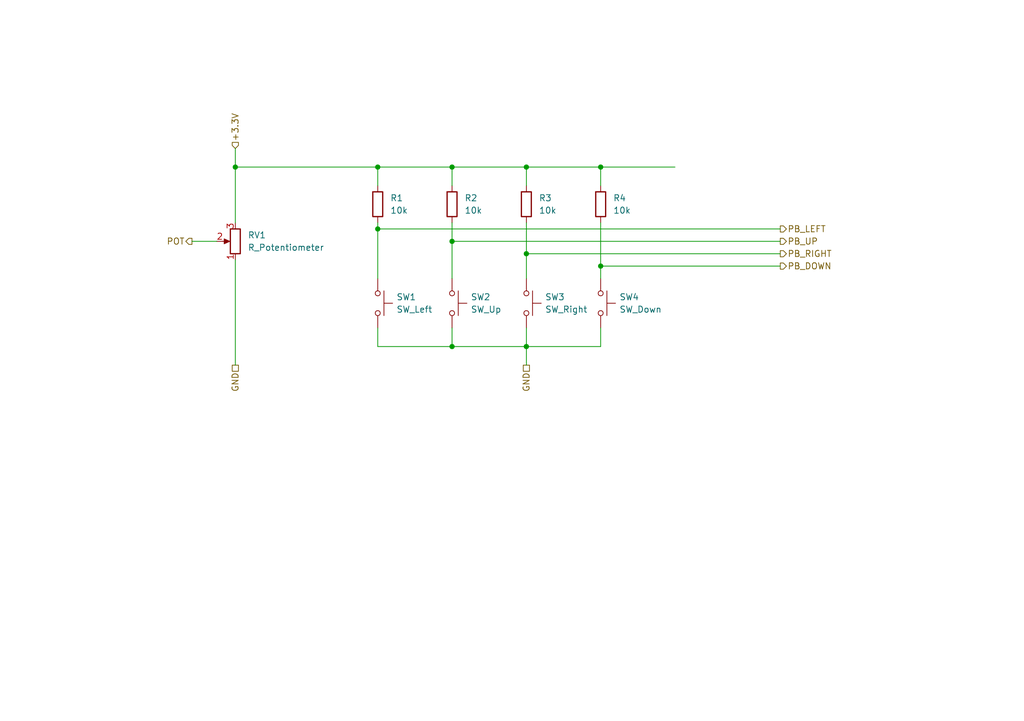
<source format=kicad_sch>
(kicad_sch (version 20231120) (generator "eeschema") (generator_version "8.0")
  (paper "A5")
  (title_block (title "User actions") (date "2024-08-29") (rev "1.0") (company "Designed by CREPP-NLG"))
  (lib_symbols
    (symbol "Device:R" (pin_numbers hide) (pin_names (offset 0))
      (property "Reference" "R" (at 2.032 0 90))
      (property "Value" "R" (at 0 0 90))
      (symbol "R_0_1"
        (rectangle (start -1.016 -2.54) (end 1.016 2.54) (stroke (width 0.254)))
      )
      (symbol "R_1_1"
        (pin passive line (at 0 3.81 270) (length 1.27) (name "~") (number "1"))
        (pin passive line (at 0 -3.81 90) (length 1.27) (name "~") (number "2"))
      )
    )
    (symbol "Device:R_Potentiometer" (pin_names (offset 1.016) hide)
      (property "Reference" "RV" (at -4.445 0 90))
      (property "Value" "R_Potentiometer" (at -2.54 0 90))
      (symbol "R_Potentiometer_0_1"
        (polyline (pts (xy 2.54 0) (xy 1.524 0)))
        (polyline (pts (xy 1.143 0) (xy 2.286 0.508) (xy 2.286 -0.508) (xy 1.143 0)) (fill (type outline)))
        (rectangle (start 1.016 2.54) (end -1.016 -2.54) (stroke (width 0.254)))
      )
      (symbol "R_Potentiometer_1_1"
        (pin passive line (at 0 3.81 270) (length 1.27) (name "1") (number "1"))
        (pin passive line (at 3.81 0 180) (length 1.27) (name "2") (number "2"))
        (pin passive line (at 0 -3.81 90) (length 1.27) (name "3") (number "3"))
      )
    )
    (symbol "Switch:SW_Push" (pin_numbers hide) (pin_names (offset 1.016) hide)
      (property "Reference" "SW" (at 1.27 2.54 0))
      (property "Value" "SW_Push" (at 0 -1.524 0))
      (symbol "SW_Push_0_1"
        (circle (center -2.032 0) (radius 0.508))
        (polyline (pts (xy 0 1.27) (xy 0 3.048)))
        (polyline (pts (xy 2.54 1.27) (xy -2.54 1.27)))
        (circle (center 2.032 0) (radius 0.508))
        (pin passive line (at -5.08 0 0) (length 2.54) (name "1") (number "1"))
        (pin passive line (at 5.08 0 180) (length 2.54) (name "2") (number "2"))
      )
    )
  )
  (junction (at 77.47 34.29))
  (junction (at 92.71 49.53))
  (junction (at 107.95 52.07))
  (junction (at 107.95 71.12))
  (junction (at 92.71 71.12))
  (junction (at 48.26 34.29))
  (junction (at 107.95 34.29))
  (junction (at 92.71 34.29))
  (junction (at 123.19 54.61))
  (junction (at 123.19 34.29))
  (junction (at 77.47 46.99))
  (wire (pts (xy 48.26 30.48) (xy 48.26 34.29)))
  (wire (pts (xy 48.26 34.29) (xy 77.47 34.29)))
  (wire (pts (xy 92.71 34.29) (xy 77.47 34.29)))
  (wire (pts (xy 77.47 38.1) (xy 77.47 34.29)))
  (wire (pts (xy 77.47 46.99) (xy 160.02 46.99)))
  (wire (pts (xy 77.47 71.12) (xy 92.71 71.12)))
  (wire (pts (xy 123.19 54.61) (xy 160.02 54.61)))
  (wire (pts (xy 123.19 71.12) (xy 107.95 71.12)))
  (wire (pts (xy 107.95 38.1) (xy 107.95 34.29)))
  (wire (pts (xy 123.19 67.31) (xy 123.19 71.12)))
  (wire (pts (xy 107.95 52.07) (xy 107.95 57.15)))
  (wire (pts (xy 39.37 49.53) (xy 44.45 49.53)))
  (wire (pts (xy 123.19 45.72) (xy 123.19 54.61)))
  (wire (pts (xy 123.19 38.1) (xy 123.19 34.29)))
  (wire (pts (xy 107.95 71.12) (xy 107.95 74.93)))
  (wire (pts (xy 48.26 34.29) (xy 48.26 45.72)))
  (wire (pts (xy 123.19 34.29) (xy 107.95 34.29)))
  (wire (pts (xy 92.71 67.31) (xy 92.71 71.12)))
  (wire (pts (xy 77.47 45.72) (xy 77.47 46.99)))
  (wire (pts (xy 138.43 34.29) (xy 123.19 34.29)))
  (wire (pts (xy 92.71 49.53) (xy 92.71 57.15)))
  (wire (pts (xy 48.26 53.34) (xy 48.26 74.93)))
  (wire (pts (xy 92.71 38.1) (xy 92.71 34.29)))
  (wire (pts (xy 107.95 34.29) (xy 92.71 34.29)))
  (wire (pts (xy 107.95 67.31) (xy 107.95 71.12)))
  (wire (pts (xy 107.95 52.07) (xy 160.02 52.07)))
  (wire (pts (xy 123.19 54.61) (xy 123.19 57.15)))
  (wire (pts (xy 92.71 49.53) (xy 160.02 49.53)))
  (wire (pts (xy 107.95 45.72) (xy 107.95 52.07)))
  (wire (pts (xy 92.71 71.12) (xy 107.95 71.12)))
  (wire (pts (xy 77.47 67.31) (xy 77.47 71.12)))
  (wire (pts (xy 92.71 45.72) (xy 92.71 49.53)))
  (wire (pts (xy 77.47 46.99) (xy 77.47 57.15)))
  (hierarchical_label "PB_RIGHT" (shape output) (at 160.02 52.07 0))
  (hierarchical_label "GND" (shape passive) (at 107.95 74.93 270))
  (hierarchical_label "POT" (shape output) (at 39.37 49.53 180))
  (hierarchical_label "PB_DOWN" (shape output) (at 160.02 54.61 0))
  (hierarchical_label "GND" (shape passive) (at 48.26 74.93 270))
  (hierarchical_label "PB_LEFT" (shape output) (at 160.02 46.99 0))
  (hierarchical_label "+3.3V" (shape input) (at 48.26 30.48 90))
  (hierarchical_label "PB_UP" (shape output) (at 160.02 49.53 0))
  (symbol (lib_id "Switch:SW_Push") (at 107.95 62.23 270) (unit 1)
    (property "Reference" "SW3" (at 111.76 60.9599 90) (effects (justify left)))
    (property "Value" "SW_Right" (at 111.76 63.4999 90) (effects (justify left)))
    (property "Footprint" "Button_Switch_THT:SW_PUSH_6mm" (effects (hide yes)))
    (property "Description" "Push button switch, generic, two pins" (effects (hide yes)))
  )
  (symbol (lib_id "Switch:SW_Push") (at 77.47 62.23 270) (unit 1)
    (property "Reference" "SW1" (at 81.28 60.9599 90) (effects (justify left)))
    (property "Value" "SW_Left" (at 81.28 63.4999 90) (effects (justify left)))
    (property "Footprint" "Button_Switch_THT:SW_PUSH_6mm" (effects (hide yes)))
    (property "Description" "Push button switch, generic, two pins" (effects (hide yes)))
  )
  (symbol (lib_id "Device:R") (at 123.19 41.91 0) (unit 1)
    (property "Reference" "R4" (at 125.73 40.6399 0) (effects (justify left)))
    (property "Value" "10k" (at 125.73 43.1799 0) (effects (justify left)))
    (property "Footprint" "Resistor_THT:R_Axial_DIN0207_L6.3mm_D2.5mm_P7.62mm_Horizontal" (effects (hide yes)))
    (property "Description" "Resistor" (effects (hide yes)))
  )
  (symbol (lib_id "Switch:SW_Push") (at 92.71 62.23 270) (unit 1)
    (property "Reference" "SW2" (at 96.52 60.9599 90) (effects (justify left)))
    (property "Value" "SW_Up" (at 96.52 63.4999 90) (effects (justify left)))
    (property "Footprint" "Button_Switch_THT:SW_PUSH_6mm" (effects (hide yes)))
    (property "Description" "Push button switch, generic, two pins" (effects (hide yes)))
  )
  (symbol (lib_id "Device:R") (at 92.71 41.91 0) (unit 1)
    (property "Reference" "R2" (at 95.25 40.6399 0) (effects (justify left)))
    (property "Value" "10k" (at 95.25 43.1799 0) (effects (justify left)))
    (property "Footprint" "Resistor_THT:R_Axial_DIN0207_L6.3mm_D2.5mm_P7.62mm_Horizontal" (effects (hide yes)))
    (property "Description" "Resistor" (effects (hide yes)))
  )
  (symbol (lib_id "Device:R") (at 77.47 41.91 0) (unit 1)
    (property "Reference" "R1" (at 80.01 40.6399 0) (effects (justify left)))
    (property "Value" "10k" (at 80.01 43.1799 0) (effects (justify left)))
    (property "Footprint" "Resistor_THT:R_Axial_DIN0207_L6.3mm_D2.5mm_P7.62mm_Horizontal" (effects (hide yes)))
    (property "Description" "Resistor" (effects (hide yes)))
  )
  (symbol (lib_id "Device:R_Potentiometer") (at 48.26 49.53 180) (unit 1)
    (property "Reference" "RV1" (at 50.8 48.2599 0) (effects (justify right)))
    (property "Value" "R_Potentiometer" (at 50.8 50.7999 0) (effects (justify right)))
    (property "Footprint" "Potentiometer_THT:Potentiometer_Alps_RK163_Single_Horizontal" (effects (hide yes)))
    (property "Description" "Potentiometer" (effects (hide yes)))
  )
  (symbol (lib_id "Switch:SW_Push") (at 123.19 62.23 270) (unit 1)
    (property "Reference" "SW4" (at 127 60.9599 90) (effects (justify left)))
    (property "Value" "SW_Down" (at 127 63.4999 90) (effects (justify left)))
    (property "Footprint" "Button_Switch_THT:SW_PUSH_6mm" (effects (hide yes)))
    (property "Description" "Push button switch, generic, two pins" (effects (hide yes)))
  )
  (symbol (lib_id "Device:R") (at 107.95 41.91 0) (unit 1)
    (property "Reference" "R3" (at 110.49 40.6399 0) (effects (justify left)))
    (property "Value" "10k" (at 110.49 43.1799 0) (effects (justify left)))
    (property "Footprint" "Resistor_THT:R_Axial_DIN0207_L6.3mm_D2.5mm_P7.62mm_Horizontal" (effects (hide yes)))
    (property "Description" "Resistor" (effects (hide yes)))
  )
)
</source>
